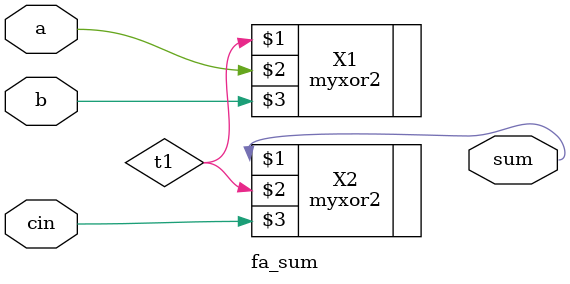
<source format=v>
`include "myxor.v"

module fa_sum (sum, a, b , cin);
    input a,b,cin;
    output sum;
    wire t1,t2;

    myxor2 X1 (t1 , a , b);
    myxor2 X2 (sum , t1 , cin);

endmodule

</source>
